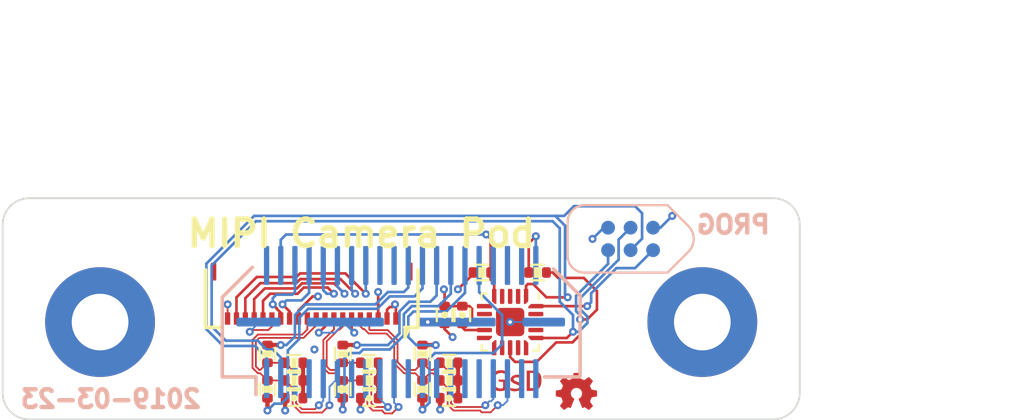
<source format=kicad_pcb>
(kicad_pcb (version 20221018) (generator pcbnew)
  (title_block (date "sam. 04 avril 2015"))
  (layers (0 "F.Cu" signal) (1 "In1.Cu" power) (2 "In2.Cu" signal) (31 "B.Cu" signal) (34 "B.Paste" user) (35 "F.Paste" user) (36 "B.SilkS" user "B.Silkscreen") (37 "F.SilkS" user "F.Silkscreen") (38 "B.Mask" user) (39 "F.Mask" user) (44 "Edge.Cuts" user))
  (net 0 "")
  (net 1 "GND")
  (net 2 "+5V")
  (net 3 "Net-(J1-Pad13)")
  (net 4 "Net-(J1-Pad15)")
  (net 5 "Net-(J1-Pad21)")
  (net 6 "Net-(J1-Pad23)")
  (net 7 "Net-(J1-Pad25)")
  (net 8 "Net-(J1-Pad37)")
  (net 9 "Net-(J1-Pad38)")
  (net 10 "Net-(U1-Pad19)")
  (net 11 "Net-(U1-Pad18)")
  (net 12 "Net-(U1-Pad17)")
  (net 13 "Net-(U1-Pad15)")
  (net 14 "Net-(U1-Pad14)")
  (net 15 "Net-(U1-Pad12)")
  (net 16 "Net-(U1-Pad11)")
  (net 17 "Net-(U1-Pad10)")
  (net 18 "+3V3")
  (net 19 "Net-(U1-Pad7)")
  (net 20 "Net-(U1-Pad6)")
  (net 21 "Net-(U1-Pad4)")
  (net 22 "Net-(U1-Pad3)")
  (net 23 "Net-(U1-Pad2)")
  (net 24 "/Peripheral MCU/MISO")
  (net 25 "/Peripheral MCU/~{RESET}")
  (net 26 "/SCL")
  (net 27 "/SDA")
  (net 28 "/RGA")
  (net 29 "/VCCIO")
  (net 30 "Net-(J1-Pad18)")
  (net 31 "Net-(J1-Pad20)")
  (net 32 "Net-(J1-Pad27)")
  (net 33 "Net-(J1-Pad29)")
  (net 34 "Net-(J1-Pad31)")
  (net 35 "Net-(J1-Pad34)")
  (net 36 "Net-(J1-Pad36)")
  (net 37 "/CAM0_CLK_P")
  (net 38 "/CAM0_CLK_N")
  (net 39 "/CAM0_D0_P")
  (net 40 "/CAM0_D0_N")
  (net 41 "/CAM0_D1_P")
  (net 42 "/CAM0_D1_N")
  (net 43 "Net-(C1-Pad1)")
  (net 44 "Net-(C2-Pad1)")
  (net 45 "Net-(C3-Pad1)")
  (net 46 "/TERM_1_P")
  (net 47 "/TERM_1_N")
  (net 48 "/TERM_0_P")
  (net 49 "/TERM_0_N")
  (net 50 "/TERM_CLK_P")
  (net 51 "/TERM_CLK_N")
  (net 52 "Net-(J1-Pad5)")
  (net 53 "Net-(J1-Pad7)")
  (net 54 "/GPIO0")
  (net 55 "/GPIO1")
  (net 56 "/GPIO2")
  (net 57 "/GPIO3")
  (net 58 "/CAM0_SDA")
  (net 59 "/CAM0_SCL")
  (footprint "Package_DFN_QFN:QFN-20-1EP_3x3mm_P0.45mm_EP1.6x1.6mm" (layer "F.Cu") (at 136.15 88.2 -90)
    (fp_text reference "U1" hide)
    (fp_text value "ATtiny44A-MMH" hide)
  )
  (footprint "pkl_dipol:R_0402" (layer "F.Cu") (at 134.55 85.4)
    (fp_text reference "R1" hide)
    (fp_text value "10K" hide)
  )
  (footprint "pkl_dipol:C_0402" (layer "F.Cu") (at 133.45 87.8 90)
    (fp_text reference "C14" hide)
    (fp_text value "100nF" hide)
  )
  (footprint "pkl_dipol:C_0402" (layer "F.Cu") (at 132.45 87.8 90)
    (fp_text reference "C15" hide)
    (fp_text value "1uF" hide)
  )
  (footprint "gkl_conn:5034802000" (layer "F.Cu") (at 124.95 88 180)
    (fp_text reference "J2" hide)
    (fp_text value "Conn_01x20" hide)
  )
  (footprint "pkl_dipol:C_0402" (layer "F.Cu") (at 132.7 92.5 180)
    (fp_text reference "C1" hide)
    (fp_text value "100pF" hide)
  )
  (footprint "pkl_dipol:C_0402" (layer "F.Cu") (at 128.2 92.5 180)
    (fp_text reference "C2" hide)
    (fp_text value "100pF" hide)
  )
  (footprint "pkl_dipol:C_0402" (layer "F.Cu") (at 123.95 92.5 180)
    (fp_text reference "C3" hide)
    (fp_text value "100pF" hide)
  )
  (footprint "pkl_dipol:R_0402" (layer "F.Cu") (at 132.7 90.5 180)
    (fp_text reference "R2" hide)
    (fp_text value "150R" hide)
  )
  (footprint "pkl_dipol:R_0402" (layer "F.Cu") (at 132.7 91.5)
    (fp_text reference "R3" hide)
    (fp_text value "150R" hide)
  )
  (footprint "pkl_dipol:R_0402" (layer "F.Cu") (at 128.2 90.5 180)
    (fp_text reference "R4" hide)
    (fp_text value "150R" hide)
  )
  (footprint "pkl_dipol:R_0402" (layer "F.Cu") (at 128.2 91.5)
    (fp_text reference "R5" hide)
    (fp_text value "150R" hide)
  )
  (footprint "pkl_dipol:R_0402" (layer "F.Cu") (at 123.95 90.5 180)
    (fp_text reference "R6" hide)
    (fp_text value "150R" hide)
  )
  (footprint "pkl_dipol:R_0402" (layer "F.Cu") (at 123.95 91.5)
    (fp_text reference "R7" hide)
    (fp_text value "150R" hide)
  )
  (footprint "pkl_dipol:R_0402" (layer "F.Cu") (at 131.2 90 -90)
    (fp_text reference "R8" hide)
    (fp_text value "100R" hide)
  )
  (footprint "pkl_dipol:R_0402" (layer "F.Cu") (at 131.2 92 90)
    (fp_text reference "R9" hide)
    (fp_text value "100R" hide)
  )
  (footprint "pkl_dipol:R_0402" (layer "F.Cu") (at 126.7 90 -90)
    (fp_text reference "R10" hide)
    (fp_text value "100R" hide)
  )
  (footprint "pkl_dipol:R_0402" (layer "F.Cu") (at 126.7 92 90)
    (fp_text reference "R11" hide)
    (fp_text value "100R" hide)
  )
  (footprint "pkl_dipol:R_0402" (layer "F.Cu") (at 122.45 90 -90)
    (fp_text reference "R12" hide)
    (fp_text value "100R" hide)
  )
  (footprint "pkl_dipol:R_0402" (layer "F.Cu") (at 122.45 92 90)
    (fp_text reference "R13" hide)
    (fp_text value "100R" hide)
  )
  (footprint "pkl_dipol:R_0402" (layer "F.Cu") (at 137.7 85.4)
    (fp_text reference "R14")
    (fp_text value "10K")
  )
  (footprint "gkl_logos:gsd_logo_small" (layer "F.Cu") (at 136.5 91.6)
    (fp_text reference "G***" hide)
    (fp_text value "LOGO" hide)
  )
  (footprint "gkl_logos:oshw_small" (layer "F.Cu") (at 139.9 92.15)
    (fp_text reference "G***" hide)
    (fp_text value "LOGO" hide)
  )
  (footprint "gkl_conn:SYZYGY_standard_pod" (layer "B.Cu") (at 130 88.2 180)
    (fp_text reference "J1" hide)
    (fp_text value "SYZYGY-STD" hide)
  )
  (footprint "pkl_tag_connect:TC2030-NL_SMALL" (layer "B.Cu") (at 142.95 83.5 180)
    (fp_text reference "J3" hide)
    (fp_text value "TagConnect" hide)
  )
  (gr_line (start 130.3 88.6) (end 130.3 88.75) (stroke (width 0.15)) (layer "F.SilkS"))
  (gr_line (start 130.2 89.1) (end 130.5 88.5) (stroke (width 0.15)) (layer "F.SilkS"))
  (gr_line (start 130.5 88.5) (end 130.3 88.6) (stroke (width 0.15)) (layer "F.SilkS"))
  (gr_line (start 130.2 88.5) (end 130.2 89.1) (stroke (width 0.15)) (layer "F.SilkS"))
  (gr_line (start 151 93.7) (end 109 93.7) (stroke (width 0.1)) (layer "Edge.Cuts"))
  (gr_line (start 109 81.2) (end 151 81.2) (stroke (width 0.1)) (layer "Edge.Cuts"))
  (gr_line (start 107.5 92.2) (end 107.5 82.7) (stroke (width 0.1)) (layer "Edge.Cuts"))
  (gr_arc (start 107.5 82.7) (mid 107.93934 81.63934) (end 109 81.2) (stroke (width 0.1)) (layer "Edge.Cuts"))
  (gr_arc (start 109 93.7) (mid 107.93934 93.26066) (end 107.5 92.2) (stroke (width 0.1)) (layer "Edge.Cuts"))
  (gr_line (start 152.5 82.7) (end 152.5 92.2) (stroke (width 0.1)) (layer "Edge.Cuts"))
  (gr_arc (start 152.5 92.2) (mid 152.06066 93.26066) (end 151 93.7) (stroke (width 0.1)) (layer "Edge.Cuts"))
  (gr_arc (start 151 81.2) (mid 152.06066 81.63934) (end 152.5 82.7) (stroke (width 0.1)) (layer "Edge.Cuts"))
  (gr_text "PROG" (at 148.75 82.7) (layer "B.SilkS") (effects (font (size 1 1) (thickness 0.25)) (justify mirror)))
  (gr_text "2019-03-23" (at 113.6 92.55) (layer "B.SilkS") (effects (font (size 1 1) (thickness 0.25)) (justify mirror)))
  (gr_text "MIPI Camera Pod" (at 127.75 83.2) (layer "F.SilkS") (effects (font (size 1.5 1.5) (thickness 0.3))))
  (segment (start 134 87.45) (end 134 88.025) (width 0.15) (layer "F.Cu") (net 1))
  (segment (start 122.7 88.45) (end 122.5 88.65) (width 0.1) (layer "F.Cu") (net 1))
  (segment (start 120.2 88) (end 120.2 87.2) (width 0.1) (layer "F.Cu") (net 1))
  (segment (start 134.175 88.2) (end 134.7 88.2) (width 0.15) (layer "F.Cu") (net 1))
  (segment (start 125 86.75) (end 125.3 86.75) (width 0.15) (layer "F.Cu") (net 1))
  (segment (start 132.45 87.3) (end 132.45 86.38895) (width 0.15) (layer "F.Cu") (net 1))
  (segment (start 132.2 92.5) (end 132.2 93.15) (width 0.25) (layer "F.Cu") (net 1))
  (segment (start 122.5 88.65) (end 121.55 88.65) (width 0.1) (layer "F.Cu") (net 1))
  (segment (start 127.2 88) (end 127.2 88.65) (width 0.15) (layer "F.Cu") (net 1))
  (segment (start 121.55 88.65) (end 121.45 88.75) (width 0.1) (layer "F.Cu") (net 1))
  (segment (start 123.45 92.5) (end 123.45 93.2) (width 0.25) (layer "F.Cu") (net 1))
  (segment (start 124.2 87.55) (end 125 86.75) (width 0.15) (layer "F.Cu") (net 1))
  (segment (start 133.45 87.3) (end 132.45 87.3) (width 0.15) (layer "F.Cu") (net 1))
  (segment (start 128.7 86.5) (end 128.69997 86.49997) (width 0.15) (layer "F.Cu") (net 1))
  (segment (start 134 88.025) (end 134.175 88.2) (width 0.15) (layer "F.Cu") (net 1))
  (segment (start 127.2 88.65) (end 127.35 88.8) (width 0.15) (layer "F.Cu") (net 1))
  (segment (start 133.45 87.3) (end 133.85 87.3) (width 0.15) (layer "F.Cu") (net 1))
  (segment (start 125.7 88.45) (end 125.35 88.8) (width 0.15) (layer "F.Cu") (net 1))
  (segment (start 132.45 86.38895) (end 132.41105 86.35) (width 0.15) (layer "F.Cu") (net 1))
  (segment (start 125.7 88) (end 125.7 88.45) (width 0.15) (layer "F.Cu") (net 1))
  (segment (start 133.85 87.3) (end 134 87.45) (width 0.15) (layer "F.Cu") (net 1))
  (segment (start 128.7 88) (end 128.7 86.5) (width 0.15) (layer "F.Cu") (net 1))
  (segment (start 127.7 92.5) (end 127.7 93.15) (width 0.25) (layer "F.Cu") (net 1))
  (segment (start 122.7 88) (end 122.7 88.45) (width 0.1) (layer "F.Cu") (net 1))
  (segment (start 124.2 88) (end 124.2 87.55) (width 0.15) (layer "F.Cu") (net 1))
  (via (at 132.2 93.15) (size 0.45) (drill 0.2) (layers "F.Cu" "B.Cu") (net 1))
  (via (at 125.35 88.8) (size 0.45) (drill 0.2) (layers "F.Cu" "B.Cu") (net 1))
  (via (at 121.45 88.75) (size 0.45) (drill 0.2) (layers "F.Cu" "B.Cu") (net 1))
  (via (at 131.5 88.2) (size 0.45) (drill 0.2) (layers "F.Cu" "B.Cu") (net 1))
  (via (at 140.8 83.5) (size 0.45) (drill 0.2) (layers "F.Cu" "B.Cu") (net 1))
  (via (at 127.35 88.8) (size 0.45) (drill 0.2) (layers "F.Cu" "B.Cu") (net 1))
  (via (at 127.7 93.15) (size 0.45) (drill 0.2) (layers "F.Cu" "B.Cu") (net 1))
  (via (at 128.69997 86.49997) (size 0.45) (drill 0.2) (layers "F.Cu" "B.Cu") (net 1))
  (via (at 132.41105 86.35) (size 0.45) (drill 0.2) (layers "F.Cu" "B.Cu") (net 1))
  (via (at 136.15 88.2) (size 0.45) (drill 0.2) (layers "F.Cu" "B.Cu") (net 1))
  (via (at 120.2 87.2) (size 0.45) (drill 0.2) (layers "F.Cu" "B.Cu") (net 1))
  (via (at 125.1 89.75) (size 0.45) (drill 0.2) (layers "F.Cu" "B.Cu") (net 1))
  (via (at 125.3 86.75) (size 0.45) (drill 0.2) (layers "F.Cu" "B.Cu") (net 1))
  (via (at 123.45 93.2) (size 0.45) (drill 0.2) (layers "F.Cu" "B.Cu") (net 1))
  (segment (start 126.85 88.2) (end 126.85 88.3) (width 0.15) (layer "B.Cu") (net 1))
  (segment (start 121.95 88.25) (end 121.45 88.75) (width 0.1) (layer "B.Cu") (net 1))
  (segment (start 121.95 88.2) (end 121.95 88.25) (width 0.1) (layer "B.Cu") (net 1))
  (segment (start 126.85 88.3) (end 127.35 88.8) (width 0.15) (layer "B.Cu") (net 1))
  (segment (start 141.435 82.865) (end 140.8 83.5) (width 0.15) (layer "B.Cu") (net 1))
  (segment (start 138.05 88.2) (end 136.15 88.2) (width 0.1) (layer "B.Cu") (net 1))
  (segment (start 141.68 82.865) (end 141.435 82.865) (width 0.15) (layer "B.Cu") (net 1))
  (segment (start 126.85 88.2) (end 126.25 88.8) (width 0.1) (layer "B.Cu") (net 1))
  (segment (start 126.25 88.8) (end 125.35 88.8) (width 0.1) (layer "B.Cu") (net 1))
  (segment (start 132.45 88.3) (end 133.45 88.3) (width 0.15) (layer "F.Cu") (net 18))
  (segment (start 132.45 88.6) (end 132.9 89.05) (width 0.15) (layer "F.Cu") (net 18))
  (segment (start 129.5 87.35) (end 129.65 87.2) (width 0.15) (layer "F.Cu") (net 18))
  (segment (start 137.2 85.4) (end 137.2 83.75) (width 0.15) (layer "F.Cu") (net 18))
  (segment (start 129.2 87.5) (end 129.35 87.35) (width 0.15) (layer "F.Cu") (net 18))
  (segment (start 129.35 87.35) (end 129.5 87.35) (width 0.15) (layer "F.Cu") (net 18))
  (segment (start 137.2 83.75) (end 137.6 83.35) (width 0.15) (layer "F.Cu") (net 18))
  (segment (start 129.7 87.25) (end 129.65 87.2) (width 0.15) (layer "F.Cu") (net 18))
  (segment (start 129.7 88) (end 129.7 87.25) (width 0.15) (layer "F.Cu") (net 18))
  (segment (start 133.45 88.5) (end 133.45 88.3) (width 0.15) (layer "F.Cu") (net 18))
  (segment (start 129.2 88) (end 129.2 87.5) (width 0.15) (layer "F.Cu") (net 18))
  (segment (start 134.05 85.4) (end 134.05 85.5) (width 0.15) (layer "F.Cu") (net 18))
  (segment (start 133.6 88.65) (end 133.45 88.5) (width 0.15) (layer "F.Cu") (net 18))
  (segment (start 134.05 85.5) (end 133.2 86.35) (width 0.15) (layer "F.Cu") (net 18))
  (segment (start 132.45 88.3) (end 132.45 88.6) (width 0.15) (layer "F.Cu") (net 18))
  (segment (start 134.7 88.65) (end 133.6 88.65) (width 0.15) (layer "F.Cu") (net 18))
  (via (at 132.9 89.05) (size 0.45) (drill 0.2) (layers "F.Cu" "B.Cu") (net 18))
  (via (at 145.3 82.2) (size 0.45) (drill 0.2) (layers "F.Cu" "B.Cu") (net 18))
  (via (at 137.6 83.35) (size 0.45) (drill 0.2) (layers "F.Cu" "B.Cu") (net 18))
  (via (at 133.2 86.35) (size 0.45) (drill 0.2) (layers "F.Cu" "B.Cu") (net 18))
  (via (at 129.65 87.2) (size 0.45) (drill 0.2) (layers "F.Cu" "B.Cu") (net 18))
  (segment (start 144.22 82.865) (end 144.635 82.865) (width 0.15) (layer "B.Cu") (net 18))
  (segment (start 137.6 85) (end 137.6 83.35) (width 0.15) (layer "B.Cu") (net 18))
  (segment (start 144.635 82.865) (end 145.3 82.2) (width 0.15) (layer "B.Cu") (net 18))
  (segment (start 137.6 87.3) (end 140.499996 87.3) (width 0.15) (layer "F.Cu") (net 24))
  (via (at 140.499996 87.3) (size 0.45) (drill 0.2) (layers "F.Cu" "B.Cu") (net 24))
  (segment (start 140.724995 87.075001) (end 140.724995 86.575005) (width 0.15) (layer "B.Cu") (net 24))
  (segment (start 144.22 84.135) (end 143.3775 84.9775) (width 0.15) (layer "B.Cu") (net 24))
  (segment (start 140.724995 86.575005) (end 142.15 85.15) (width 0.15) (layer "B.Cu") (net 24))
  (segment (start 140.499996 87.3) (end 140.724995 87.075001) (width 0.15) (layer "B.Cu") (net 24))
  (segment (start 143.205 85.15) (end 143.3775 84.9775) (width 0.15) (layer "B.Cu") (net 24))
  (segment (start 142.15 85.15) (end 143.205 85.15) (width 0.15) (layer "B.Cu") (net 24))
  (segment (start 137.65 90.45) (end 138.75 89.35) (width 0.15) (layer "F.Cu") (net 25))
  (segment (start 140.5 88.05) (end 140.1 88.05) (width 0.15) (layer "F.Cu") (net 25))
  (segment (start 140.1 88.368198) (end 140.1 88.05) (width 0.15) (layer "F.Cu") (net 25))
  (segment (start 139.668198 89.35) (end 140.1 88.918198) (width 0.15) (layer "F.Cu") (net 25))
  (segment (start 141.05 87.5) (end 140.5 88.05) (width 0.15) (layer "F.Cu") (net 25))
  (segment (start 136.15 89.65) (end 136.15 90.175) (width 0.15) (layer "F.Cu") (net 25))
  (segment (start 140.1 88.918198) (end 140.1 88.368198) (width 0.15) (layer "F.Cu") (net 25))
  (segment (start 141.05 86.45) (end 141.05 87.5) (width 0.15) (layer "F.Cu") (net 25))
  (segment (start 138.55 85.4) (end 138.855457 85.705457) (width 0.15) (layer "F.Cu") (net 25))
  (segment (start 136.425 90.45) (end 137.65 90.45) (width 0.15) (layer "F.Cu") (net 25))
  (segment (start 138.75 89.35) (end 139.668198 89.35) (width 0.15) (layer "F.Cu") (net 25))
  (segment (start 138.2 85.4) (end 138.55 85.4) (width 0.15) (layer "F.Cu") (net 25))
  (segment (start 136.15 90.175) (end 136.425 90.45) (width 0.15) (layer "F.Cu") (net 25))
  (segment (start 140.305457 85.705457) (end 141.05 86.45) (width 0.15) (layer "F.Cu") (net 25))
  (segment (start 138.855457 85.705457) (end 140.305457 85.705457) (width 0.15) (layer "F.Cu") (net 25))
  (via (at 140.1 88.05) (size 0.45) (drill 0.2) (layers "F.Cu" "B.Cu") (net 25))
  (segment (start 140.1 87.81359) (end 140.1 88.05) (width 0.15) (layer "B.Cu") (net 25))
  (segment (start 139.872087 87.585677) (end 140.1 87.81359) (width 0.15) (layer "B.Cu") (net 25))
  (segment (start 141.68 84.135) (end 141.68 84.906411) (width 0.15) (layer "B.Cu") (net 25))
  (segment (start 141.68 84.906411) (end 139.872088 86.714323) (width 0.15) (layer "B.Cu") (net 25))
  (segment (start 139.872088 86.714323) (end 139.872087 87.585677) (width 0.15) (layer "B.Cu") (net 25))
  (segment (start 137.45 86.05) (end 138.2 86.8) (width 0.15) (layer "F.Cu") (net 26))
  (segment (start 137.05 86.75) (end 137.05 86.15) (width 0.15) (layer "F.Cu") (net 26))
  (segment (start 138.2 86.8) (end 139.4 86.8) (width 0.15) (layer "F.Cu") (net 26))
  (segment (start 137.15 86.05) (end 137.45 86.05) (width 0.15) (layer "F.Cu") (net 26))
  (segment (start 137.05 86.15) (end 137.15 86.05) (width 0.15) (layer "F.Cu") (net 26))
  (via (at 139.4 86.8) (size 0.45) (drill 0.2) (layers "F.Cu" "B.Cu") (net 26))
  (segment (start 143.6 82.05) (end 143.6 83.485) (width 0.15) (layer "B.Cu") (net 26))
  (segment (start 143.2 81.65) (end 143.6 82.05) (width 0.15) (layer "B.Cu") (net 26))
  (segment (start 138.7 82.2) (end 139.2 82.2) (width 0.15) (layer "B.Cu") (net 26))
  (segment (start 139.75 81.65) (end 143.2 81.65) (width 0.15) (layer "B.Cu") (net 26))
  (segment (start 119.95 89.55) (end 119 88.6) (width 0.15) (layer "B.Cu") (net 26))
  (segment (start 138.7 82.2) (end 139.25 82.75) (width 0.15) (layer "B.Cu") (net 26))
  (segment (start 139.25 82.75) (end 139.25 86.65) (width 0.15) (layer "B.Cu") (net 26))
  (segment (start 143.6 83.485) (end 142.95 84.135) (width 0.15) (layer "B.Cu") (net 26))
  (segment (start 119 88.6) (end 119 84.9) (width 0.15) (layer "B.Cu") (net 26))
  (segment (start 122.4 91.4) (end 122.4 90.2) (width 0.15) (layer "B.Cu") (net 26))
  (segment (start 139.2 82.2) (end 139.75 81.65) (width 0.15) (layer "B.Cu") (net 26))
  (segment (start 139.25 86.65) (end 139.4 86.8) (width 0.15) (layer "B.Cu") (net 26))
  (segment (start 119 84.9) (end 121.7 82.2) (width 0.15) (layer "B.Cu") (net 26))
  (segment (start 121.7 82.2) (end 138.7 82.2) (width 0.15) (layer "B.Cu") (net 26))
  (segment (start 122.4 90.2) (end 121.75 89.55) (width 0.15) (layer "B.Cu") (net 26))
  (segment (start 121.75 89.55) (end 119.95 89.55) (width 0.15) (layer "B.Cu") (net 26))
  (segment (start 139.35 89.1) (end 139.7 88.75) (width 0.15) (layer "F.Cu") (net 27))
  (segment (start 137.6 89.1) (end 139.35 89.1) (width 0.15) (layer "F.Cu") (net 27))
  (via (at 139.7 88.75) (size 0.45) (drill 0.2) (layers "F.Cu" "B.Cu") (net 27))
  (segment (start 142.274431 83.540569) (end 142.95 82.865) (width 0.15) (layer "B.Cu") (net 27))
  (segment (start 142.274431 84.675569) (end 142.274431 83.540569) (width 0.15) (layer "B.Cu") (net 27))
  (segment (start 140.511049 88.257149) (end 140.511049 87.886698) (width 0.15) (layer "B.Cu") (net 27))
  (segment (start 138.95 82.9) (end 138.95 87.05) (width 0.15) (layer "B.Cu") (net 27))
  (segment (start 140.111045 87.486694) (end 140.111045 86.838955) (width 0.15) (layer "B.Cu") (net 27))
  (segment (start 121.9 89.25) (end 120.1 89.25) (width 0.15) (layer "B.Cu") (net 27))
  (segment (start 121.8 82.5) (end 138.55 82.5) (width 0.15) (layer "B.Cu") (net 27))
  (segment (start 119.3 85) (end 121.8 82.5) (width 0.15) (layer "B.Cu") (net 27))
  (segment (start 122.4 89.75) (end 121.9 89.25) (width 0.15) (layer "B.Cu") (net 27))
  (segment (start 140.018198 88.75) (end 140.511049 88.257149) (width 0.15) (layer "B.Cu") (net 27))
  (segment (start 139.7 87.8) (end 139.7 88.75) (width 0.15) (layer "B.Cu") (net 27))
  (segment (start 123.2 90.2) (end 122.75 89.75) (width 0.15) (layer "B.Cu") (net 27))
  (segment (start 138.95 87.05) (end 139.7 87.8) (width 0.15) (layer "B.Cu") (net 27))
  (segment (start 140.511049 87.886698) (end 140.111045 87.486694) (width 0.15) (layer "B.Cu") (net 27))
  (segment (start 138.55 82.5) (end 138.95 82.9) (width 0.15) (layer "B.Cu") (net 27))
  (segment (start 120.1 89.25) (end 119.3 88.45) (width 0.15) (layer "B.Cu") (net 27))
  (segment (start 123.2 91.4) (end 123.2 90.2) (width 0.15) (layer "B.Cu") (net 27))
  (segment (start 119.3 88.45) (end 119.3 85) (width 0.15) (layer "B.Cu") (net 27))
  (segment (start 140.111045 86.838955) (end 142.274431 84.675569) (width 0.15) (layer "B.Cu") (net 27))
  (segment (start 139.7 88.75) (end 140.018198 88.75) (width 0.15) (layer "B.Cu") (net 27))
  (segment (start 122.75 89.75) (end 122.4 89.75) (width 0.15) (layer "B.Cu") (net 27))
  (segment (start 135.05 85.4) (end 135.05 85.8) (width 0.15) (layer "F.Cu") (net 28))
  (segment (start 135.05 83.5) (end 134.8 83.25) (width 0.15) (layer "F.Cu") (net 28))
  (segment (start 135.05 85.8) (end 135.25 86) (width 0.15) (layer "F.Cu") (net 28))
  (segment (start 135.25 86.75) (end 135.25 86) (width 0.15) (layer "F.Cu") (net 28))
  (segment (start 135.05 85.4) (end 135.05 83.5) (width 0.15) (layer "F.Cu") (net 28))
  (via (at 134.8 83.25) (size 0.45) (drill 0.2) (layers "F.Cu" "B.Cu") (net 28))
  (segment (start 123.5 83.25) (end 123.2 83.55) (width 0.15) (layer "B.Cu") (net 28))
  (segment (start 123.2 83.55) (end 123.2 85) (width 0.15) (layer "B.Cu") (net 28))
  (segment (start 134.8 83.25) (end 123.5 83.25) (width 0.15) (layer "B.Cu") (net 28))
  (segment (start 130.794475 90.905525) (end 131.2 90.5) (width 0.1) (layer "F.Cu") (net 37))
  (segment (start 130.239133 90.905525) (end 130.794475 90.905525) (width 0.1) (layer "F.Cu") (net 37))
  (segment (start 132.81104 91.784336) (end 132.81104 92.784336) (width 0.1) (layer "F.Cu") (net 37))
  (segment (start 128.239133 88.655525) (end 129.239133 88.655525) (width 0.1) (layer "F.Cu") (net 37))
  (segment (start 133.026704 93) (end 134.65 93) (width 0.1) (layer "F.Cu") (net 37))
  (segment (start 129.794475 89.210867) (end 129.794475 90.460867) (width 0.1) (layer "F.Cu") (net 37))
  (segment (start 129.794475 90.460867) (end 130.239133 90.905525) (width 0.1) (layer "F.Cu") (net 37))
  (segment (start 131.605525 90.905525) (end 131.794475 90.905525) (width 0.1) (layer "F.Cu") (net 37))
  (segment (start 131.2 90.5) (end 131.605525 90.905525) (width 0.1) (layer "F.Cu") (net 37))
  (segment (start 134.65 93) (end 134.75 92.9) (width 0.1) (layer "F.Cu") (net 37))
  (segment (start 132.81104 92.784336) (end 133.026704 93) (width 0.1) (layer "F.Cu") (net 37))
  (segment (start 132.81104 91.11104) (end 132.81104 91.784336) (width 0.1) (layer "F.Cu") (net 37))
  (segment (start 129.239133 88.655525) (end 129.794475 89.210867) (width 0.1) (layer "F.Cu") (net 37))
  (segment (start 128.2 88) (end 128.2 88.616392) (width 0.1) (layer "F.Cu") (net 37))
  (segment (start 132.2 90.5) (end 132.81104 91.11104) (width 0.1) (layer "F.Cu") (net 37))
  (segment (start 128.2 88.616392) (end 128.239133 88.655525) (width 0.1) (layer "F.Cu") (net 37))
  (segment (start 131.794475 90.905525) (end 132.2 90.5) (width 0.1) (layer "F.Cu") (net 37))
  (via (at 134.75 92.9) (size 0.45) (drill 0.2) (layers "F.Cu" "B.Cu") (net 37))
  (segment (start 134.974999 92.675001) (end 135.074999 92.675001) (width 0.1) (layer "B.Cu") (net 37))
  (segment (start 134.75 92.9) (end 134.974999 92.675001) (width 0.1) (layer "B.Cu") (net 37))
  (segment (start 135.2 91.4) (end 135.2 92.55) (width 0.1) (layer "B.Cu") (net 37))
  (segment (start 135.074999 92.675001) (end 135.2 92.55) (width 0.1) (layer "B.Cu") (net 37))
  (segment (start 134.55 93.3) (end 135.05 93.3) (width 0.1) (layer "F.Cu") (net 38))
  (segment (start 131.605525 91.094475) (end 131.794475 91.094475) (width 0.1) (layer "F.Cu") (net 38))
  (segment (start 128.160867 88.844475) (end 129.160867 88.844475) (width 0.1) (layer "F.Cu") (net 38))
  (segment (start 127.908196 88.591804) (end 128.160867 88.844475) (width 0.1) (layer "F.Cu") (net 38))
  (segment (start 132.2 91.5) (end 132.62208 91.92208) (width 0.1) (layer "F.Cu") (net 38))
  (segment (start 129.605525 89.289133) (end 129.605525 90.539133) (width 0.1) (layer "F.Cu") (net 38))
  (segment (start 130.160867 91.094475) (end 130.794475 91.094475) (width 0.1) (layer "F.Cu") (net 38))
  (segment (start 130.794475 91.094475) (end 131.2 91.5) (width 0.1) (layer "F.Cu") (net 38))
  (segment (start 132.62208 91.92208) (end 132.62208 92.87208) (width 0.1) (layer "F.Cu") (net 38))
  (segment (start 135.05 93.3) (end 135.45 92.9) (width 0.1) (layer "F.Cu") (net 38))
  (segment (start 134.45 93.2) (end 134.55 93.3) (width 0.1) (layer "F.Cu") (net 38))
  (segment (start 132.62208 92.87208) (end 132.95 93.2) (width 0.1) (layer "F.Cu") (net 38))
  (segment (start 127.841804 88.591804) (end 127.908196 88.591804) (width 0.1) (layer "F.Cu") (net 38))
  (segment (start 131.794475 91.094475) (end 132.2 91.5) (width 0.1) (layer "F.Cu") (net 38))
  (segment (start 131.2 91.5) (end 131.605525 91.094475) (width 0.1) (layer "F.Cu") (net 38))
  (segment (start 129.160867 88.844475) (end 129.605525 89.289133) (width 0.1) (layer "F.Cu") (net 38))
  (segment (start 132.95 93.2) (end 134.45 93.2) (width 0.1) (layer "F.Cu") (net 38))
  (segment (start 127.7 88.45) (end 127.841804 88.591804) (width 0.1) (layer "F.Cu") (net 38))
  (segment (start 127.7 88) (end 127.7 88.45) (width 0.1) (layer "F.Cu") (net 38))
  (segment (start 129.605525 90.539133) (end 130.160867 91.094475) (width 0.1) (layer "F.Cu") (net 38))
  (via (at 135.45 92.9) (size 0.45) (drill 0.2) (layers "F.Cu" "B.Cu") (net 38))
  (segment (start 135.75 92.9) (end 135.45 92.9) (width 0.1) (layer "B.Cu") (net 38))
  (segment (start 136 92.65) (end 135.75 92.9) (width 0.1) (layer "B.Cu") (net 38))
  (segment (start 136 91.4) (end 136 92.65) (width 0.1) (layer "B.Cu") (net 38))
  (segment (start 126.7 88.45) (end 126.533196 88.616804) (width 0.1) (layer "F.Cu") (net 39))
  (segment (start 126.466804 88.616804) (end 125.794475 89.289133) (width 0.1) (layer "F.Cu") (net 39))
  (segment (start 128.31104 92.784336) (end 128.526704 93) (width 0.1) (layer "F.Cu") (net 39))
  (segment (start 126.7 88) (end 126.7 88.45) (width 0.1) (layer "F.Cu") (net 39))
  (segment (start 128.931802 93) (end 129.25 93) (width 0.1) (layer "F.Cu") (net 39))
  (segment (start 127.7 90.5) (end 128.31104 91.11104) (width 0.1) (layer "F.Cu") (net 39))
  (segment (start 125.794475 89.289133) (end 125.794475 90.710867) (width 0.1) (layer "F.Cu") (net 39))
  (segment (start 127.7 90.5) (end 126.7 90.5) (width 0.1) (layer "F.Cu") (net 39))
  (segment (start 128.31104 91.11104) (end 128.31104 92.784336) (width 0.1) (layer "F.Cu") (net 39))
  (segment (start 128.526704 93) (end 128.931802 93) (width 0.1) (layer "F.Cu") (net 39))
  (segment (start 126.533196 88.616804) (end 126.466804 88.616804) (width 0.1) (layer "F.Cu") (net 39))
  (segment (start 125.989133 90.905525) (end 126.294475 90.905525) (width 0.1) (layer "F.Cu") (net 39))
  (segment (start 126.294475 90.905525) (end 126.7 90.5) (width 0.1) (layer "F.Cu") (net 39))
  (segment (start 125.794475 90.710867) (end 125.989133 90.905525) (width 0.1) (layer "F.Cu") (net 39))
  (via (at 129.25 93) (size 0.45) (drill 0.2) (layers "F.Cu" "B.Cu") (net 39))
  (segment (start 129.25 93) (end 128.8 92.55) (width 0.1) (layer "B.Cu") (net 39))
  (segment (start 128.8 92.55) (end 128.8 91.4) (width 0.1) (layer "B.Cu") (net 39))
  (segment (start 128.911352 93.2) (end 128.395764 93.2) (width 0.1) (layer "F.Cu") (net 40))
  (segment (start 128.395764 93.2) (end 128.08896 92.893196) (width 0.1) (layer "F.Cu") (net 40))
  (segment (start 125.605525 90.789133) (end 125.910867 91.094475) (width 0.1) (layer "F.Cu") (net 40))
  (segment (start 129.486049 93.363951) (end 129.075303 93.363951) (width 0.1) (layer "F.Cu") (net 40))
  (segment (start 125.910867 91.094475) (end 126.294475 91.094475) (width 0.1) (layer "F.Cu") (net 40))
  (segment (start 129.075303 93.363951) (end 128.911352 93.2) (width 0.1) (layer "F.Cu") (net 40))
  (segment (start 126.2 88.6) (end 126.208196 88.608196) (width 0.1) (layer "F.Cu") (net 40))
  (segment (start 125.605525 89.210867) (end 125.605525 90.789133) (width 0.1) (layer "F.Cu") (net 40))
  (segment (start 127.7 91.5) (end 128.08896 91.88896) (width 0.1) (layer "F.Cu") (net 40))
  (segment (start 129.85 93) (end 129.486049 93.363951) (width 0.1) (layer "F.Cu") (net 40))
  (segment (start 128.08896 91.88896) (end 128.08896 92.893196) (width 0.1) (layer "F.Cu") (net 40))
  (segment (start 126.2 88) (end 126.2 88.6) (width 0.1) (layer "F.Cu") (net 40))
  (segment (start 126.7 91.5) (end 127.7 91.5) (width 0.1) (layer "F.Cu") (net 40))
  (segment (start 126.208196 88.608196) (end 125.605525 89.210867) (width 0.1) (layer "F.Cu") (net 40))
  (segment (start 126.294475 91.094475) (end 126.7 91.5) (width 0.1) (layer "F.Cu") (net 40))
  (via (at 129.85 93) (size 0.45) (drill 0.2) (layers "F.Cu" "B.Cu") (net 40))
  (segment (start 129.6 92.75) (end 129.625001 92.775001) (width 0.1) (layer "B.Cu") (net 40))
  (segment (start 129.625001 92.775001) (end 129.85 93) (width 0.1) (layer "B.Cu") (net 40))
  (segment (start 129.6 91.4) (end 129.6 92.75) (width 0.1) (layer "B.Cu") (net 40))
  (segment (start 121.989133 90.905525) (end 122.044475 90.905525) (width 0.1) (layer "F.Cu") (net 41))
  (segment (start 125.125001 93.124999) (end 125.35 92.9) (width 0.1) (layer "F.Cu") (net 41))
  (segment (start 121.989133 89.094475) (end 121.794475 89.289133) (width 0.1) (layer "F.Cu") (net 41))
  (segment (start 123.45 90.5) (end 122.45 90.5) (width 0.1) (layer "F.Cu") (net 41))
  (segment (start 123.45 90.5) (end 124.06104 91.11104) (width 0.1) (layer "F.Cu") (net 41))
  (segment (start 124.06104 91.11104) (end 124.06104 92.784336) (width 0.1) (layer "F.Cu") (net 41))
  (segment (start 121.794475 90.710867) (end 121.989133 90.905525) (width 0.1) (layer "F.Cu") (net 41))
  (segment (start 125.2 88) (end 125.2 88.383608) (width 0.1) (layer "F.Cu") (net 41))
  (segment (start 124.06104 92.784336) (end 124.401703 93.124999) (width 0.1) (layer "F.Cu") (net 41))
  (segment (start 122.044475 90.905525) (end 122.45 90.5) (width 0.1) (layer "F.Cu") (net 41))
  (segment (start 121.794475 89.289133) (end 121.794475 90.710867) (width 0.1) (layer "F.Cu") (net 41))
  (segment (start 124.401703 93.124999) (end 125.125001 93.124999) (width 0.1) (layer "F.Cu") (net 41))
  (segment (start 125.2 88.383608) (end 124.489133 89.094475) (width 0.1) (layer "F.Cu") (net 41))
  (segment (start 124.489133 89.094475) (end 121.989133 89.094475) (width 0.1) (layer "F.Cu") (net 41))
  (via (at 125.35 92.9) (size 0.45) (drill 0.2) (layers "F.Cu" "B.Cu") (net 41))
  (segment (start 125.574999 92.675001) (end 125.35 92.9) (width 0.1) (layer "B.Cu") (net 41))
  (segment (start 125.6 91.4) (end 125.6 92.65) (width 0.1) (layer "B.Cu") (net 41))
  (segment (start 125.6 92.65) (end 125.574999 92.675001) (width 0.1) (layer "B.Cu") (net 41))
  (segment (start 125.95 92.9) (end 125.536041 93.313959) (width 0.1) (layer "F.Cu") (net 42))
  (segment (start 123.872079 92.862606) (end 123.872079 91.922079) (width 0.1) (layer "F.Cu") (net 42))
  (segment (start 124.7 88) (end 124.7 88.616392) (width 0.1) (layer "F.Cu") (net 42))
  (segment (start 124.323433 93.313959) (end 123.872079 92.862606) (width 0.1) (layer "F.Cu") (net 42))
  (segment (start 122.45 91.5) (end 123.45 91.5) (width 0.1) (layer "F.Cu") (net 42))
  (segment (start 121.910867 91.094475) (end 122.044475 91.094475) (width 0.1) (layer "F.Cu") (net 42))
  (segment (start 121.605525 90.789133) (end 121.910867 91.094475) (width 0.1) (layer "F.Cu") (net 42))
  (segment (start 124.410867 88.905525) (end 121.910867 88.905525) (width 0.1) (layer "F.Cu") (net 42))
  (segment (start 124.7 88.616392) (end 124.410867 88.905525) (width 0.1) (layer "F.Cu") (net 42))
  (segment (start 125.536041 93.313959) (end 124.323433 93.313959) (width 0.1) (layer "F.Cu") (net 42))
  (segment (start 123.872079 91.922079) (end 123.45 91.5) (width 0.1) (layer "F.Cu") (net 42))
  (segment (start 121.910867 88.905525) (end 121.605525 89.210867) (width 0.1) (layer "F.Cu") (net 42))
  (segment (start 121.605525 89.210867) (end 121.605525 90.789133) (width 0.1) (layer "F.Cu") (net 42))
  (segment (start 122.044475 91.094475) (end 122.45 91.5) (width 0.1) (layer "F.Cu") (net 42))
  (via (at 125.95 92.9) (size 0.45) (drill 0.2) (layers "F.Cu" "B.Cu") (net 42))
  (segment (start 126.4 91.4) (end 125.95 91.85) (width 0.1) (layer "B.Cu") (net 42))
  (segment (start 125.95 91.85) (end 125.95 92.581802) (width 0.1) (layer "B.Cu") (net 42))
  (segment (start 125.95 92.581802) (end 125.95 92.9) (width 0.1) (layer "B.Cu") (net 42))
  (segment (start 133.2 92.5) (end 133.2 91.5) (width 0.25) (layer "F.Cu") (net 43))
  (segment (start 133.2 91.5) (end 133.2 90.5) (width 0.25) (layer "F.Cu") (net 43))
  (segment (start 128.7 92.5) (end 128.7 91.5) (width 0.25) (layer "F.Cu") (net 44))
  (segment (start 128.7 91.5) (end 128.7 90.5) (width 0.25) (layer "F.Cu") (net 44))
  (segment (start 124.45 92.5) (end 124.45 91.5) (width 0.25) (layer "F.Cu") (net 45))
  (segment (start 124.45 91.5) (end 124.45 90.5) (width 0.25) (layer "F.Cu") (net 45))
  (segment (start 122.45 89.5) (end 123.2 89.5) (width 0.25) (layer "F.Cu") (net 46))
  (via (at 123.2 89.5) (size 0.45) (drill 0.2) (layers "F.Cu" "B.Cu") (net 46))
  (segment (start 128.55 87.2) (end 129.25 86.5) (width 0.15) (layer "B.Cu") (net 46))
  (segment (start 129.25 86.5) (end 130.15 86.5) (width 0.15) (layer "B.Cu") (net 46))
  (segment (start 130.4 86.25) (end 130.4 85) (width 0.15) (layer "B.Cu") (net 46))
  (segment (start 123.518198 89.5) (end 124 89.018198) (width 0.15) (layer "B.Cu") (net 46))
  (segment (start 130.15 86.5) (end 130.4 86.25) (width 0.15) (layer "B.Cu") (net 46))
  (segment (start 124.6 87.2) (end 128.55 87.2) (width 0.15) (layer "B.Cu") (net 46))
  (segment (start 124 89.018198) (end 124 87.8) (width 0.15) (layer "B.Cu") (net 46))
  (segment (start 123.2 89.5) (end 123.518198 89.5) (width 0.15) (layer "B.Cu") (net 46))
  (segment (start 124 87.8) (end 124.6 87.2) (width 0.15) (layer "B.Cu") (net 46))
  (segment (start 122.45 92.5) (end 122.45 93.2) (width 0.25) (layer "F.Cu") (net 47))
  (via (at 122.45 93.2) (size 0.45) (drill 0.2) (layers "F.Cu" "B.Cu") (net 47))
  (segment (start 124.25 87.95) (end 124.75 87.45) (width 0.15) (layer "B.Cu") (net 47))
  (segment (start 124.25 89.15) (end 124.25 87.95) (width 0.15) (layer "B.Cu") (net 47))
  (segment (start 128.65 87.45) (end 129.35 86.75) (width 0.15) (layer "B.Cu") (net 47))
  (segment (start 124.75 87.45) (end 128.65 87.45) (width 0.15) (layer "B.Cu") (net 47))
  (segment (start 123.6 92.446728) (end 123.6 89.8) (width 0.15) (layer "B.Cu") (net 47))
  (segment (start 129.35 86.75) (end 130.75 86.75) (width 0.15) (layer "B.Cu") (net 47))
  (segment (start 123.235679 92.811049) (end 123.6 92.446728) (width 0.15) (layer "B.Cu") (net 47))
  (segment (start 123.6 89.8) (end 124.25 89.15) (width 0.15) (layer "B.Cu") (net 47))
  (segment (start 122.838951 92.811049) (end 123.235679 92.811049) (width 0.15) (layer "B.Cu") (net 47))
  (segment (start 122.45 93.2) (end 122.838951 92.811049) (width 0.15) (layer "B.Cu") (net 47))
  (segment (start 131.2 86.3) (end 131.2 85) (width 0.15) (layer "B.Cu") (net 47))
  (segment (start 130.75 86.75) (end 131.2 86.3) (width 0.15) (layer "B.Cu") (net 47))
  (segment (start 126.7 89.5) (end 127.5 89.5) (width 0.25) (layer "F.Cu") (net 48))
  (via (at 127.5 89.5) (size 0.45) (drill 0.2) (layers "F.Cu" "B.Cu") (net 48))
  (segment (start 130.45 87.05) (end 131.65 87.05) (width 0.15) (layer "B.Cu") (net 48))
  (segment (start 129.9 88.85) (end 129.9 87.6) (width 0.15) (layer "B.Cu") (net 48))
  (segment (start 132 86.7) (end 132 85) (width 0.15) (layer "B.Cu") (net 48))
  (segment (start 127.5 89.5) (end 129.25 89.5) (width 0.15) (layer "B.Cu") (net 48))
  (segment (start 131.65 87.05) (end 132 86.7) (width 0.15) (layer "B.Cu") (net 48))
  (segment (start 129.25 89.5) (end 129.9 88.85) (width 0.15) (layer "B.Cu") (net 48))
  (segment (start 129.9 87.6) (end 130.45 87.05) (width 0.15) (layer "B.Cu") (net 48))
  (segment (start 126.7 92.5) (end 126.7 93.15) (width 0.25) (layer "F.Cu") (net 49))
  (via (at 126.7 93.15) (size 0.45) (drill 0.2) (layers "F.Cu" "B.Cu") (net 49))
  (segment (start 127.65 89.95) (end 127.85 89.75) (width 0.15) (layer "B.Cu") (net 49))
  (segment (start 130.15 87.75) (end 130.6 87.3) (width 0.15) (layer "B.Cu") (net 49))
  (segment (start 130.6 87.3) (end 132.1 87.3) (width 0.15) (layer "B.Cu") (net 49))
  (segment (start 127.1 89.95) (end 127.65 89.95) (width 0.15) (layer "B.Cu") (net 49))
  (segment (start 129.35 89.75) (end 130.15 88.95) (width 0.15) (layer "B.Cu") (net 49))
  (segment (start 126.8 92.731802) (end 126.8 90.25) (width 0.15) (layer "B.Cu") (net 49))
  (segment (start 130.15 88.95) (end 130.15 87.75) (width 0.15) (layer "B.Cu") (net 49))
  (segment (start 132.8 86.6) (end 132.8 85) (width 0.15) (layer "B.Cu") (net 49))
  (segment (start 127.85 89.75) (end 129.35 89.75) (width 0.15) (layer "B.Cu") (net 49))
  (segment (start 126.7 93.15) (end 126.7 92.831802) (width 0.15) (layer "B.Cu") (net 49))
  (segment (start 126.7 92.831802) (end 126.8 92.731802) (width 0.15) (layer "B.Cu") (net 49))
  (segment (start 132.1 87.3) (end 132.8 86.6) (width 0.15) (layer "B.Cu") (net 49))
  (segment (start 126.8 90.25) (end 127.1 89.95) (width 0.15) (layer "B.Cu") (net 49))
  (segment (start 131.2 89.5) (end 131.95 89.5) (width 0.25) (layer "F.Cu") (net 50))
  (via (at 131.95 89.5) (size 0.45) (drill 0.2) (layers "F.Cu" "B.Cu") (net 50))
  (segment (start 130.85 89.5) (end 130.4 89.05) (width 0.15) (layer "B.Cu") (net 50))
  (segment (start 130.4 89.05) (end 130.4 87.9) (width 0.15) (layer "B.Cu") (net 50))
  (segment (start 130.4 87.9) (end 130.7 87.6) (width 0.15) (layer "B.Cu") (net 50))
  (segment (start 130.7 87.6) (end 132.55 87.6) (width 0.15) (layer "B.Cu") (net 50))
  (segment (start 133.6 86.55) (end 133.6 85) (width 0.15) (layer "B.Cu") (net 50))
  (segment (start 132.55 87.6) (end 133.6 86.55) (width 0.15) (layer "B.Cu") (net 50))
  (segment (start 131.95 89.5) (end 130.85 89.5) (width 0.15) (layer "B.Cu") (net 50))
  (segment (start 131.2 92.5) (end 131.2 92.85) (width 0.25) (layer "F.Cu") (net 51))
  (segment (start 131.2 92.85) (end 131.2 93.15) (width 0.25) (layer "F.Cu") (net 51))
  (via (at 131.2 93.15) (size 0.45) (drill 0.2) (layers "F.Cu" "B.Cu") (net 51))
  (segment (start 131.9 89.95) (end 135.2 89.95) (width 0.15) (layer "B.Cu") (net 51))
  (segment (start 135.7 87.8) (end 134.4 86.5) (width 0.15) (layer "B.Cu") (net 51))
  (segment (start 131.6 90.25) (end 131.9 89.95) (width 0.15) (layer "B.Cu") (net 51))
  (segment (start 131.6 92.75) (end 131.6 90.25) (width 0.15) (layer "B.Cu") (net 51))
  (segment (start 134.4 86.5) (end 134.4 85) (width 0.15) (layer "B.Cu") (net 51))
  (segment (start 135.7 89.45) (end 135.7 87.8) (width 0.15) (layer "B.Cu") (net 51))
  (segment (start 131.2 93.15) (end 131.6 92.75) (width 0.15) (layer "B.Cu") (net 51))
  (segment (start 135.2 89.95) (end 135.7 89.45) (width 0.15) (layer "B.Cu") (net 51))
  (segment (start 122.6 86.6) (end 124.15 86.6) (width 0.15) (layer "F.Cu") (net 54))
  (segment (start 124.5 86.25) (end 125.85 86.25) (width 0.15) (layer "F.Cu") (net 54))
  (segment (start 122.2 88) (end 122.2 87) (width 0.15) (layer "F.Cu") (net 54))
  (segment (start 122.2 87) (end 122.6 86.6) (width 0.15) (layer "F.Cu") (net 54))
  (segment (start 124.15 86.6) (end 124.5 86.25) (width 0.15) (layer "F.Cu") (net 54))
  (segment (start 125.85 86.25) (end 126.2 86.6) (width 0.15) (layer "F.Cu") (net 54))
  (via (at 126.2 86.6) (size 0.45) (drill 0.2) (layers "F.Cu" "B.Cu") (net 54))
  (segment (start 125.8 86.6) (end 126.2 86.6) (width 0.15) (layer "B.Cu") (net 54))
  (segment (start 125.6 86.4) (end 125.8 86.6) (width 0.15) (layer "B.Cu") (net 54))
  (segment (start 125.6 85) (end 125.6 86.4) (width 0.15) (layer "B.Cu") (net 54))
  (segment (start 126.211039 86.011039) (end 126.575001 86.375001) (width 0.15) (layer "F.Cu") (net 55))
  (segment (start 122.3 86.3) (end 124.11206 86.3) (width 0.15) (layer "F.Cu") (net 55))
  (segment (start 124.11206 86.3) (end 124.40102 86.011039) (width 0.15) (layer "F.Cu") (net 55))
  (segment (start 124.40102 86.011039) (end 126.211039 86.011039) (width 0.15) (layer "F.Cu") (net 55))
  (segment (start 126.575001 86.375001) (end 126.8 86.6) (width 0.15) (layer "F.Cu") (net 55))
  (segment (start 121.7 86.9) (end 122.3 86.3) (width 0.15) (layer "F.Cu") (net 55))
  (segment (start 121.7 88) (end 121.7 86.9) (width 0.15) (layer "F.Cu") (net 55))
  (via (at 126.8 86.6) (size 0.45) (drill 0.2) (layers "F.Cu" "B.Cu") (net 55))
  (segment (start 126.8 86.6) (end 126.4 86.2) (width 0.15) (layer "B.Cu") (net 55))
  (segment (start 126.4 86.2) (end 126.4 85) (width 0.15) (layer "B.Cu") (net 55))
  (segment (start 121.2 88) (end 121.2 86.85) (width 0.15) (layer "F.Cu") (net 56))
  (segment (start 124.30204 85.772078) (end 126.57208 85.772078) (width 0.15) (layer "F.Cu") (net 56))
  (segment (start 121.2 86.85) (end 122.05 86) (width 0.15) (layer "F.Cu") (net 56))
  (segment (start 124.074118 86) (end 124.30204 85.772078) (width 0.15) (layer "F.Cu") (net 56))
  (segment (start 127.175003 86.375001) (end 127.400002 86.6) (width 0.15) (layer "F.Cu") (net 56))
  (segment (start 122.05 86) (end 124.074118 86) (width 0.15) (layer "F.Cu") (net 56))
  (segment (start 126.57208 85.772078) (end 127.175003 86.375001) (width 0.15) (layer "F.Cu") (net 56))
  (via (at 127.400002 86.6) (size 0.45) (drill 0.2) (layers "F.Cu" "B.Cu") (net 56))
  (segment (start 127.2 86.399998) (end 127.2 85) (width 0.15) (layer "B.Cu") (net 56))
  (segment (start 127.400002 86.6) (end 127.2 86.399998) (width 0.15) (layer "B.Cu") (net 56))
  (segment (start 120.7 88) (end 120.7 86.8) (width 0.15) (layer "F.Cu") (net 57))
  (segment (start 124.286177 85.45) (end 126.85 85.45) (width 0.15) (layer "F.Cu") (net 57))
  (segment (start 124.086177 85.65) (end 124.286177 85.45) (width 0.15) (layer "F.Cu") (net 57))
  (segment (start 127.775001 86.375001) (end 128 86.6) (width 0.15) (layer "F.Cu") (net 57))
  (segment (start 126.85 85.45) (end 127.775001 86.375001) (width 0.15) (layer "F.Cu") (net 57))
  (segment (start 120.7 86.8) (end 121.85 85.65) (width 0.15) (layer "F.Cu") (net 57))
  (segment (start 121.85 85.65) (end 124.086177 85.65) (width 0.15) (layer "F.Cu") (net 57))
  (via (at 128 86.6) (size 0.45) (drill 0.2) (layers "F.Cu" "B.Cu") (net 57))
  (segment (start 128 86.6) (end 128 85) (width 0.15) (layer "B.Cu") (net 57))
  (segment (start 123.7 87.6) (end 123.3 87.2) (width 0.15) (layer "F.Cu") (net 58))
  (segment (start 123.7 88) (end 123.7 87.6) (width 0.15) (layer "F.Cu") (net 58))
  (via (at 123.3 87.2) (size 0.45) (drill 0.2) (layers "F.Cu" "B.Cu") (net 58))
  (segment (start 124.8 86.55) (end 124.8 85) (width 0.15) (layer "B.Cu") (net 58))
  (segment (start 123.3 87.2) (end 123.524999 86.975001) (width 0.15) (layer "B.Cu") (net 58))
  (segment (start 123.524999 86.975001) (end 124.374999 86.975001) (width 0.15) (layer "B.Cu") (net 58))
  (segment (start 124.374999 86.975001) (end 124.8 86.55) (width 0.15) (layer "B.Cu") (net 58))
  (segment (start 122.974999 87.424999) (end 122.75 87.2) (width 0.15) (layer "F.Cu") (net 59))
  (segment (start 123.2 88) (end 123.2 87.675648) (width 0.15) (layer "F.Cu") (net 59))
  (segment (start 122.974999 87.450647) (end 122.974999 87.424999) (width 0.15) (layer "F.Cu") (net 59))
  (segment (start 123.2 87.675648) (end 122.974999 87.450647) (width 0.15) (layer "F.Cu") (net 59))
  (via (at 122.75 87.2) (size 0.45) (drill 0.2) (layers "F.Cu" "B.Cu") (net 59))
  (segment (start 122.75 87.2) (end 122.75 86.85) (width 0.15) (layer "B.Cu") (net 59))
  (segment (start 123.85 86.65) (end 124 86.5) (width 0.15) (layer "B.Cu") (net 59))
  (segment (start 122.75 86.85) (end 122.95 86.65) (width 0.15) (layer "B.Cu") (net 59))
  (segment (start 124 86.5) (end 124 85) (width 0.15) (layer "B.Cu") (net 59))
  (segment (start 122.95 86.65) (end 123.85 86.65) (width 0.15) (layer "B.Cu") (net 59))
)
</source>
